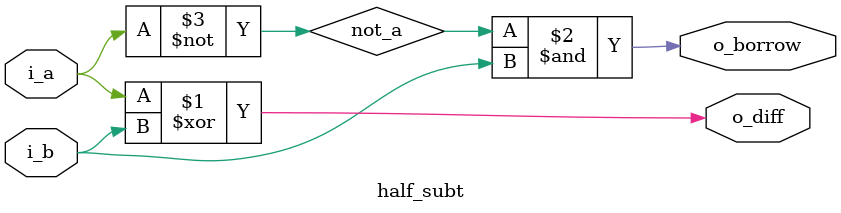
<source format=v>
`timescale 1ns / 1ps

//dataflow
//module half_subt(
//input i_a,i_b,
//output o_diff,o_borrow
//    );
//    assign o_diff=i_a^i_b;
//    assign o_borrow = ~i_a&i_b;
//endmodule

//behavioral
//module half_subt(
//input i_a,i_b,
//output reg o_diff, o_borrow
//);
//always @(*)begin
//    o_diff=i_a^i_b;
//    o_borrow= ~i_a&i_b;
//end
//endmodule

//structural
module half_subt(
input i_a,i_b,
output o_diff, o_borrow
);
wire not_a;
xor u1(o_diff,i_a,i_b);
not u2(not_a, i_a);
and u3(o_borrow,not_a,i_b);
endmodule
</source>
